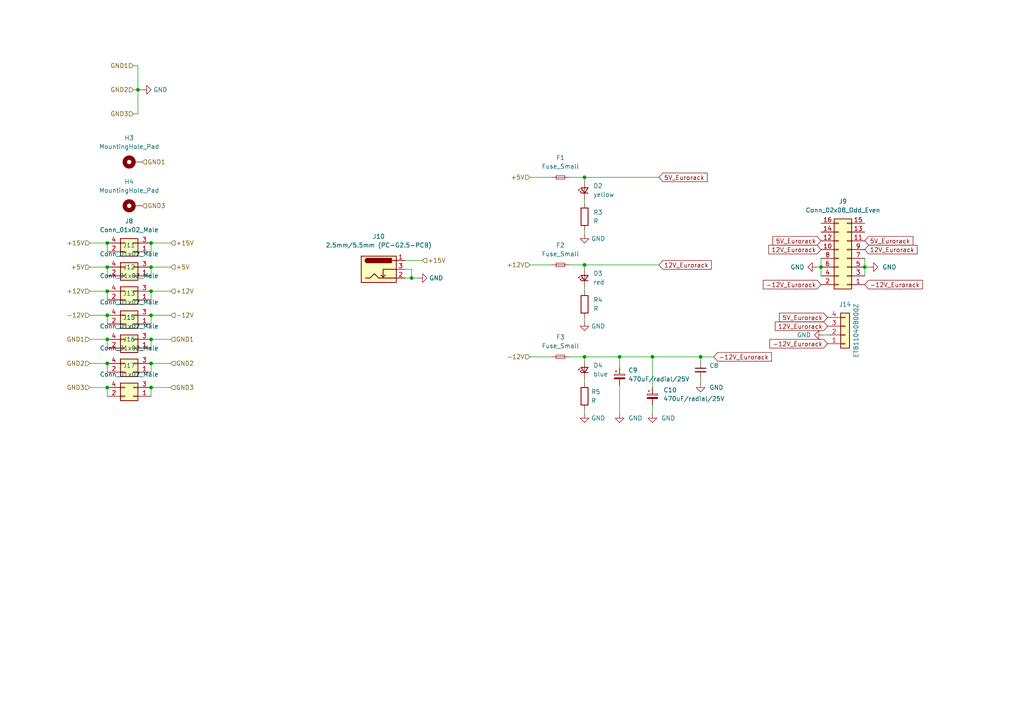
<source format=kicad_sch>
(kicad_sch (version 20211123) (generator eeschema)
  (paper "A4")
  (lib_symbols
    (symbol "Connector:Barrel_Jack_Switch" (pin_names hide)
      (property "Reference" "J" (at 0 5.334 0))
      (property "Value" "Barrel_Jack_Switch" (at 0 -5.08 0))
      (symbol "Barrel_Jack_Switch_0_1"
        (rectangle (start -5.08 3.81) (end 5.08 -3.81) (stroke (width 0.254)) (fill (type background)))
        (arc (start -3.302 3.175) (mid -3.937 2.54) (end -3.302 1.905) (stroke (width 0.254)))
        (arc (start -3.302 3.175) (mid -3.937 2.54) (end -3.302 1.905) (stroke (width 0.254)) (fill (type outline)))
        (polyline (pts (xy 1.27 -2.286) (xy 1.905 -1.651)) (stroke (width 0.254)))
        (polyline (pts (xy 5.08 2.54) (xy 3.81 2.54)) (stroke (width 0.254)))
        (polyline (pts (xy 5.08 0) (xy 1.27 0) (xy 1.27 -2.286) (xy 0.635 -1.651)) (stroke (width 0.254)))
        (polyline (pts (xy -3.81 -2.54) (xy -2.54 -2.54) (xy -1.27 -1.27) (xy 0 -2.54) (xy 2.54 -2.54) (xy 5.08 -2.54)) (stroke (width 0.254)))
        (rectangle (start 3.683 3.175) (end -3.302 1.905) (stroke (width 0.254)) (fill (type outline)))
      )
      (symbol "Barrel_Jack_Switch_1_1"
        (pin passive line (at 7.62 2.54 180) (length 2.54) (name "~") (number "1"))
        (pin passive line (at 7.62 -2.54 180) (length 2.54) (name "~") (number "2"))
        (pin passive line (at 7.62 0 180) (length 2.54) (name "~") (number "3"))
      )
    )
    (symbol "Connector_Generic:Conn_01x04" (pin_names (offset 1.016) hide)
      (property "Reference" "J" (at 0 5.08 0))
      (property "Value" "Conn_01x04" (at 0 -7.62 0))
      (symbol "Conn_01x04_1_1"
        (rectangle (start -1.27 -4.953) (end 0 -5.207) (stroke (width 0.1524)))
        (rectangle (start -1.27 -2.413) (end 0 -2.667) (stroke (width 0.1524)))
        (rectangle (start -1.27 0.127) (end 0 -0.127) (stroke (width 0.1524)))
        (rectangle (start -1.27 2.667) (end 0 2.413) (stroke (width 0.1524)))
        (rectangle (start -1.27 3.81) (end 1.27 -6.35) (stroke (width 0.254)) (fill (type background)))
        (pin passive line (at -5.08 2.54 0) (length 3.81) (name "Pin_1") (number "1"))
        (pin passive line (at -5.08 0 0) (length 3.81) (name "Pin_2") (number "2"))
        (pin passive line (at -5.08 -2.54 0) (length 3.81) (name "Pin_3") (number "3"))
        (pin passive line (at -5.08 -5.08 0) (length 3.81) (name "Pin_4") (number "4"))
      )
    )
    (symbol "Connector_Generic:Conn_02x02_Odd_Even" (pin_names (offset 1.016) hide)
      (property "Reference" "J" (at 1.27 2.54 0))
      (property "Value" "Conn_02x02_Odd_Even" (at 1.27 -5.08 0))
      (symbol "Conn_02x02_Odd_Even_1_1"
        (rectangle (start -1.27 -2.413) (end 0 -2.667) (stroke (width 0.1524)))
        (rectangle (start -1.27 0.127) (end 0 -0.127) (stroke (width 0.1524)))
        (rectangle (start -1.27 1.27) (end 3.81 -3.81) (stroke (width 0.254)) (fill (type background)))
        (rectangle (start 3.81 -2.413) (end 2.54 -2.667) (stroke (width 0.1524)))
        (rectangle (start 3.81 0.127) (end 2.54 -0.127) (stroke (width 0.1524)))
        (pin passive line (at -5.08 0 0) (length 3.81) (name "Pin_1") (number "1"))
        (pin passive line (at 7.62 0 180) (length 3.81) (name "Pin_2") (number "2"))
        (pin passive line (at -5.08 -2.54 0) (length 3.81) (name "Pin_3") (number "3"))
        (pin passive line (at 7.62 -2.54 180) (length 3.81) (name "Pin_4") (number "4"))
      )
    )
    (symbol "Connector_Generic:Conn_02x08_Odd_Even" (pin_names (offset 1.016) hide)
      (property "Reference" "J" (at 1.27 10.16 0))
      (property "Value" "Conn_02x08_Odd_Even" (at 1.27 -12.7 0))
      (symbol "Conn_02x08_Odd_Even_1_1"
        (rectangle (start -1.27 -10.033) (end 0 -10.287) (stroke (width 0.1524)))
        (rectangle (start -1.27 -7.493) (end 0 -7.747) (stroke (width 0.1524)))
        (rectangle (start -1.27 -4.953) (end 0 -5.207) (stroke (width 0.1524)))
        (rectangle (start -1.27 -2.413) (end 0 -2.667) (stroke (width 0.1524)))
        (rectangle (start -1.27 0.127) (end 0 -0.127) (stroke (width 0.1524)))
        (rectangle (start -1.27 2.667) (end 0 2.413) (stroke (width 0.1524)))
        (rectangle (start -1.27 5.207) (end 0 4.953) (stroke (width 0.1524)))
        (rectangle (start -1.27 7.747) (end 0 7.493) (stroke (width 0.1524)))
        (rectangle (start -1.27 8.89) (end 3.81 -11.43) (stroke (width 0.254)) (fill (type background)))
        (rectangle (start 3.81 -10.033) (end 2.54 -10.287) (stroke (width 0.1524)))
        (rectangle (start 3.81 -7.493) (end 2.54 -7.747) (stroke (width 0.1524)))
        (rectangle (start 3.81 -4.953) (end 2.54 -5.207) (stroke (width 0.1524)))
        (rectangle (start 3.81 -2.413) (end 2.54 -2.667) (stroke (width 0.1524)))
        (rectangle (start 3.81 0.127) (end 2.54 -0.127) (stroke (width 0.1524)))
        (rectangle (start 3.81 2.667) (end 2.54 2.413) (stroke (width 0.1524)))
        (rectangle (start 3.81 5.207) (end 2.54 4.953) (stroke (width 0.1524)))
        (rectangle (start 3.81 7.747) (end 2.54 7.493) (stroke (width 0.1524)))
        (pin passive line (at -5.08 7.62 0) (length 3.81) (name "Pin_1") (number "1"))
        (pin passive line (at 7.62 -2.54 180) (length 3.81) (name "Pin_10") (number "10"))
        (pin passive line (at -5.08 -5.08 0) (length 3.81) (name "Pin_11") (number "11"))
        (pin passive line (at 7.62 -5.08 180) (length 3.81) (name "Pin_12") (number "12"))
        (pin passive line (at -5.08 -7.62 0) (length 3.81) (name "Pin_13") (number "13"))
        (pin passive line (at 7.62 -7.62 180) (length 3.81) (name "Pin_14") (number "14"))
        (pin passive line (at -5.08 -10.16 0) (length 3.81) (name "Pin_15") (number "15"))
        (pin passive line (at 7.62 -10.16 180) (length 3.81) (name "Pin_16") (number "16"))
        (pin passive line (at 7.62 7.62 180) (length 3.81) (name "Pin_2") (number "2"))
        (pin passive line (at -5.08 5.08 0) (length 3.81) (name "Pin_3") (number "3"))
        (pin passive line (at 7.62 5.08 180) (length 3.81) (name "Pin_4") (number "4"))
        (pin passive line (at -5.08 2.54 0) (length 3.81) (name "Pin_5") (number "5"))
        (pin passive line (at 7.62 2.54 180) (length 3.81) (name "Pin_6") (number "6"))
        (pin passive line (at -5.08 0 0) (length 3.81) (name "Pin_7") (number "7"))
        (pin passive line (at 7.62 0 180) (length 3.81) (name "Pin_8") (number "8"))
        (pin passive line (at -5.08 -2.54 0) (length 3.81) (name "Pin_9") (number "9"))
      )
    )
    (symbol "Device:C_Polarized_Small" (pin_numbers hide) (pin_names (offset 0.254) hide)
      (property "Reference" "C" (at 0.254 1.778 0))
      (property "Value" "C_Polarized_Small" (at 0.254 -2.032 0))
      (symbol "C_Polarized_Small_0_1"
        (rectangle (start -1.524 -0.3048) (end 1.524 -0.6858) (fill (type outline)))
        (rectangle (start -1.524 0.6858) (end 1.524 0.3048))
        (polyline (pts (xy -1.27 1.524) (xy -0.762 1.524)))
        (polyline (pts (xy -1.016 1.27) (xy -1.016 1.778)))
      )
      (symbol "C_Polarized_Small_1_1"
        (pin passive line (at 0 2.54 270) (length 1.8542) (name "~") (number "1"))
        (pin passive line (at 0 -2.54 90) (length 1.8542) (name "~") (number "2"))
      )
    )
    (symbol "Device:C_Small" (pin_numbers hide) (pin_names (offset 0.254) hide)
      (property "Reference" "C" (at 0.254 1.778 0))
      (property "Value" "C_Small" (at 0.254 -2.032 0))
      (symbol "C_Small_0_1"
        (polyline (pts (xy -1.524 -0.508) (xy 1.524 -0.508)) (stroke (width 0.3302)))
        (polyline (pts (xy -1.524 0.508) (xy 1.524 0.508)) (stroke (width 0.3048)))
      )
      (symbol "C_Small_1_1"
        (pin passive line (at 0 2.54 270) (length 2.032) (name "~") (number "1"))
        (pin passive line (at 0 -2.54 90) (length 2.032) (name "~") (number "2"))
      )
    )
    (symbol "Device:Fuse_Small" (pin_numbers hide) (pin_names (offset 0.254) hide)
      (property "Reference" "F" (at 0 -1.524 0))
      (property "Value" "Fuse_Small" (at 0 1.524 0))
      (symbol "Fuse_Small_0_1"
        (rectangle (start -1.27 0.508) (end 1.27 -0.508))
        (polyline (pts (xy -1.27 0) (xy 1.27 0)))
      )
      (symbol "Fuse_Small_1_1"
        (pin passive line (at -2.54 0 0) (length 1.27) (name "~") (number "1"))
        (pin passive line (at 2.54 0 180) (length 1.27) (name "~") (number "2"))
      )
    )
    (symbol "Device:LED_Small" (pin_numbers hide) (pin_names (offset 0.254) hide)
      (property "Reference" "D" (at -1.27 3.175 0))
      (property "Value" "LED_Small" (at -4.445 -2.54 0))
      (symbol "LED_Small_0_1"
        (polyline (pts (xy -0.762 -1.016) (xy -0.762 1.016)) (stroke (width 0.254)))
        (polyline (pts (xy 1.016 0) (xy -0.762 0)))
        (polyline (pts (xy 0.762 -1.016) (xy -0.762 0) (xy 0.762 1.016) (xy 0.762 -1.016)) (stroke (width 0.254)))
        (polyline (pts (xy 0 0.762) (xy -0.508 1.27) (xy -0.254 1.27) (xy -0.508 1.27) (xy -0.508 1.016)))
        (polyline (pts (xy 0.508 1.27) (xy 0 1.778) (xy 0.254 1.778) (xy 0 1.778) (xy 0 1.524)))
      )
      (symbol "LED_Small_1_1"
        (pin passive line (at -2.54 0 0) (length 1.778) (name "K") (number "1"))
        (pin passive line (at 2.54 0 180) (length 1.778) (name "A") (number "2"))
      )
    )
    (symbol "Device:R" (pin_numbers hide) (pin_names (offset 0))
      (property "Reference" "R" (at 2.032 0 90))
      (property "Value" "R" (at 0 0 90))
      (symbol "R_0_1"
        (rectangle (start -1.016 -2.54) (end 1.016 2.54) (stroke (width 0.254)))
      )
      (symbol "R_1_1"
        (pin passive line (at 0 3.81 270) (length 1.27) (name "~") (number "1"))
        (pin passive line (at 0 -3.81 90) (length 1.27) (name "~") (number "2"))
      )
    )
    (symbol "Mechanical:MountingHole_Pad" (pin_numbers hide) (pin_names (offset 1.016) hide)
      (property "Reference" "H" (at 0 6.35 0))
      (property "Value" "MountingHole_Pad" (at 0 4.445 0))
      (symbol "MountingHole_Pad_0_1"
        (circle (center 0 1.27) (radius 1.27) (stroke (width 1.27)))
      )
      (symbol "MountingHole_Pad_1_1"
        (pin input line (at 0 -2.54 90) (length 2.54) (name "1") (number "1"))
      )
    )
    (symbol "power:GND" (power) (pin_names (offset 0))
      (property "Value" "GND" (at 0 -3.81 0))
      (symbol "GND_0_1"
        (polyline (pts (xy 0 0) (xy 0 -1.27) (xy 1.27 -1.27) (xy 0 -2.54) (xy -1.27 -1.27) (xy 0 -1.27)))
      )
      (symbol "GND_1_1"
        (pin power_in line (at 0 0 270) (length 0) hide (name "GND") (number "1"))
      )
    )
  )
  (junction (at 189.23 103.505))
  (junction (at 238.125 77.47))
  (junction (at 31.115 112.395))
  (junction (at 203.2 103.505))
  (junction (at 169.545 51.435))
  (junction (at 169.545 103.505))
  (junction (at 43.815 84.455))
  (junction (at 31.115 105.41))
  (junction (at 31.115 70.485))
  (junction (at 43.815 98.425))
  (junction (at 40.005 26.035))
  (junction (at 43.815 91.44))
  (junction (at 119.38 80.645))
  (junction (at 43.815 77.47))
  (junction (at 250.825 77.47))
  (junction (at 31.115 84.455))
  (junction (at 43.815 105.41))
  (junction (at 169.545 76.835))
  (junction (at 31.115 98.425))
  (junction (at 31.115 77.47))
  (junction (at 31.115 91.44))
  (junction (at 43.815 70.485))
  (junction (at 43.815 112.395))
  (junction (at 179.705 103.505))
  (wire (pts (xy 40.005 26.035) (xy 41.275 26.035)))
  (wire (pts (xy 43.815 98.425) (xy 49.53 98.425)))
  (wire (pts (xy 119.38 80.645) (xy 121.285 80.645)))
  (wire (pts (xy 250.825 74.93) (xy 250.825 77.47)))
  (wire (pts (xy 250.825 77.47) (xy 250.825 80.01)))
  (wire (pts (xy 165.1 76.835) (xy 169.545 76.835)))
  (wire (pts (xy 169.545 66.675) (xy 169.545 67.945)))
  (wire (pts (xy 238.125 74.93) (xy 238.125 77.47)))
  (wire (pts (xy 236.855 77.47) (xy 238.125 77.47)))
  (wire (pts (xy 179.705 103.505) (xy 179.705 106.68)))
  (wire (pts (xy 179.705 103.505) (xy 189.23 103.505)))
  (wire (pts (xy 31.115 77.47) (xy 31.115 80.01)))
  (wire (pts (xy 31.115 105.41) (xy 31.115 107.95)))
  (wire (pts (xy 169.545 51.435) (xy 191.135 51.435)))
  (wire (pts (xy 49.53 112.395) (xy 43.815 112.395)))
  (wire (pts (xy 169.545 103.505) (xy 179.705 103.505)))
  (wire (pts (xy 31.115 70.485) (xy 26.035 70.485)))
  (wire (pts (xy 165.1 103.505) (xy 169.545 103.505)))
  (wire (pts (xy 117.475 75.565) (xy 122.555 75.565)))
  (wire (pts (xy 153.67 51.435) (xy 160.02 51.435)))
  (wire (pts (xy 31.115 91.44) (xy 31.115 93.98)))
  (wire (pts (xy 153.67 76.835) (xy 160.02 76.835)))
  (wire (pts (xy 169.545 52.705) (xy 169.545 51.435)))
  (wire (pts (xy 169.545 104.775) (xy 169.545 103.505)))
  (wire (pts (xy 43.815 77.47) (xy 49.53 77.47)))
  (wire (pts (xy 26.035 112.395) (xy 31.115 112.395)))
  (wire (pts (xy 189.23 117.475) (xy 189.23 120.015)))
  (wire (pts (xy 31.115 77.47) (xy 26.035 77.47)))
  (wire (pts (xy 31.115 84.455) (xy 31.115 86.995)))
  (wire (pts (xy 43.815 70.485) (xy 49.53 70.485)))
  (wire (pts (xy 43.815 84.455) (xy 49.53 84.455)))
  (wire (pts (xy 31.115 84.455) (xy 26.035 84.455)))
  (wire (pts (xy 169.545 78.105) (xy 169.545 76.835)))
  (wire (pts (xy 43.815 77.47) (xy 43.815 80.01)))
  (wire (pts (xy 238.76 97.155) (xy 240.03 97.155)))
  (wire (pts (xy 26.035 98.425) (xy 31.115 98.425)))
  (wire (pts (xy 43.815 70.485) (xy 43.815 73.025)))
  (wire (pts (xy 179.705 111.76) (xy 179.705 120.015)))
  (wire (pts (xy 165.1 51.435) (xy 169.545 51.435)))
  (wire (pts (xy 169.545 57.785) (xy 169.545 59.055)))
  (wire (pts (xy 40.005 26.035) (xy 40.005 33.02)))
  (wire (pts (xy 203.2 109.855) (xy 203.2 111.125)))
  (wire (pts (xy 43.815 105.41) (xy 49.53 105.41)))
  (wire (pts (xy 169.545 109.855) (xy 169.545 111.125)))
  (wire (pts (xy 43.815 84.455) (xy 43.815 86.995)))
  (wire (pts (xy 117.475 78.105) (xy 119.38 78.105)))
  (wire (pts (xy 153.67 103.505) (xy 160.02 103.505)))
  (wire (pts (xy 31.115 98.425) (xy 31.115 100.965)))
  (wire (pts (xy 119.38 78.105) (xy 119.38 80.645)))
  (wire (pts (xy 38.735 26.035) (xy 40.005 26.035)))
  (wire (pts (xy 189.23 103.505) (xy 203.2 103.505)))
  (wire (pts (xy 169.545 76.835) (xy 191.135 76.835)))
  (wire (pts (xy 203.2 103.505) (xy 203.2 104.775)))
  (wire (pts (xy 169.545 118.745) (xy 169.545 120.015)))
  (wire (pts (xy 203.2 103.505) (xy 207.01 103.505)))
  (wire (pts (xy 31.115 112.395) (xy 31.115 114.935)))
  (wire (pts (xy 43.815 91.44) (xy 49.53 91.44)))
  (wire (pts (xy 250.825 77.47) (xy 252.095 77.47)))
  (wire (pts (xy 43.815 100.965) (xy 43.815 98.425)))
  (wire (pts (xy 169.545 83.185) (xy 169.545 84.455)))
  (wire (pts (xy 43.815 107.95) (xy 43.815 105.41)))
  (wire (pts (xy 40.005 19.05) (xy 40.005 26.035)))
  (wire (pts (xy 43.815 112.395) (xy 43.815 114.935)))
  (wire (pts (xy 31.115 70.485) (xy 31.115 73.025)))
  (wire (pts (xy 117.475 80.645) (xy 119.38 80.645)))
  (wire (pts (xy 169.545 92.075) (xy 169.545 93.345)))
  (wire (pts (xy 31.115 91.44) (xy 26.035 91.44)))
  (wire (pts (xy 43.815 93.98) (xy 43.815 91.44)))
  (wire (pts (xy 26.035 105.41) (xy 31.115 105.41)))
  (wire (pts (xy 40.005 33.02) (xy 38.735 33.02)))
  (wire (pts (xy 238.125 77.47) (xy 238.125 80.01)))
  (wire (pts (xy 38.735 19.05) (xy 40.005 19.05)))
  (wire (pts (xy 189.23 103.505) (xy 189.23 112.395)))
  (global_label "5V_Eurorack" (shape input) (at 238.125 69.85 180) (property "Intersheet References" "${INTERSHEET_REFS}" (effects hide)))
  (global_label "5V_Eurorack" (shape input) (at 250.825 69.85 0) (property "Intersheet References" "${INTERSHEET_REFS}" (effects hide)))
  (global_label "-12V_Eurorack" (shape input) (at 238.125 82.55 180) (property "Intersheet References" "${INTERSHEET_REFS}" (effects hide)))
  (global_label "12V_Eurorack" (shape input) (at 191.135 76.835 0) (property "Intersheet References" "${INTERSHEET_REFS}" (effects hide)))
  (global_label "12V_Eurorack" (shape input) (at 240.03 94.615 180) (property "Intersheet References" "${INTERSHEET_REFS}" (effects hide)))
  (global_label "12V_Eurorack" (shape input) (at 238.125 72.39 180) (property "Intersheet References" "${INTERSHEET_REFS}" (effects hide)))
  (global_label "-12V_Eurorack" (shape input) (at 240.03 99.695 180) (property "Intersheet References" "${INTERSHEET_REFS}" (effects hide)))
  (global_label "5V_Eurorack" (shape input) (at 240.03 92.075 180) (property "Intersheet References" "${INTERSHEET_REFS}" (effects hide)))
  (global_label "-12V_Eurorack" (shape input) (at 207.01 103.505 0) (property "Intersheet References" "${INTERSHEET_REFS}" (effects hide)))
  (global_label "-12V_Eurorack" (shape input) (at 250.825 82.55 0) (property "Intersheet References" "${INTERSHEET_REFS}" (effects hide)))
  (global_label "5V_Eurorack" (shape input) (at 191.135 51.435 0) (property "Intersheet References" "${INTERSHEET_REFS}" (effects hide)))
  (global_label "12V_Eurorack" (shape input) (at 250.825 72.39 0) (property "Intersheet References" "${INTERSHEET_REFS}" (effects hide)))
  (hierarchical_label "GND2" (shape input) (at 26.035 105.41 180))
  (hierarchical_label "GND3" (shape input) (at 41.275 59.69 0))
  (hierarchical_label "+12V" (shape input) (at 26.035 84.455 180))
  (hierarchical_label "+12V" (shape input) (at 49.53 84.455 0))
  (hierarchical_label "GND1" (shape input) (at 49.53 98.425 0))
  (hierarchical_label "+15V" (shape input) (at 26.035 70.485 180))
  (hierarchical_label "+5V" (shape input) (at 26.035 77.47 180))
  (hierarchical_label "GND3" (shape input) (at 38.735 33.02 180))
  (hierarchical_label "GND3" (shape input) (at 26.035 112.395 180))
  (hierarchical_label "+5V" (shape input) (at 153.67 51.435 180))
  (hierarchical_label "+5V" (shape input) (at 49.53 77.47 0))
  (hierarchical_label "+12V" (shape input) (at 153.67 76.835 180))
  (hierarchical_label "-12V" (shape input) (at 26.035 91.44 180))
  (hierarchical_label "GND2" (shape input) (at 38.735 26.035 180))
  (hierarchical_label "GND2" (shape input) (at 49.53 105.41 0))
  (hierarchical_label "-12V" (shape input) (at 49.53 91.44 0))
  (hierarchical_label "GND1" (shape input) (at 38.735 19.05 180))
  (hierarchical_label "GND1" (shape input) (at 26.035 98.425 180))
  (hierarchical_label "+15V" (shape input) (at 122.555 75.565 0))
  (hierarchical_label "GND3" (shape input) (at 49.53 112.395 0))
  (hierarchical_label "GND1" (shape input) (at 41.275 46.99 0))
  (hierarchical_label "+15V" (shape input) (at 49.53 70.485 0))
  (hierarchical_label "-12V" (shape input) (at 153.67 103.505 180))
  (symbol (lib_id "Connector_Generic:Conn_02x02_Odd_Even") (at 38.735 114.935 180) (unit 1)
    (property "Reference" "J17" (at 37.465 106.045 0))
    (property "Value" "Conn_01x02_Male" (at 37.465 108.585 0))
    (property "Footprint" "Connector_PinSocket_2.54mm:PinSocket_2x02_P2.54mm_Vertical_SMD" (effects hide))
  )
  (symbol (lib_id "power:GND") (at 169.545 120.015 0) (unit 1)
    (property "Reference" "#PWR09" (effects hide))
    (property "Value" "GND" (at 171.45 121.2849 0) (effects (justify left)))
  )
  (symbol (lib_id "Connector_Generic:Conn_02x08_Odd_Even") (at 245.745 74.93 180) (unit 1)
    (property "Reference" "J9" (at 244.475 58.42 0))
    (property "Value" "Conn_02x08_Odd_Even" (at 244.475 60.96 0))
    (property "Footprint" "Connector_IDC:IDC-Header_2x08_P2.54mm_Vertical" (effects hide))
  )
  (symbol (lib_id "power:GND") (at 203.2 111.125 0) (unit 1)
    (property "Reference" "#PWR08" (effects hide))
    (property "Value" "GND" (at 205.74 112.3949 0) (effects (justify left)))
  )
  (symbol (lib_id "Device:Fuse_Small") (at 162.56 76.835 0) (unit 1)
    (property "Reference" "F2" (at 162.56 71.12 0))
    (property "Value" "Fuse_Small" (at 162.56 73.66 0))
    (property "Footprint" "Fuse:Fuseholder_Cylinder-5x20mm_Schurter_0031_8201_Horizontal_Open" (effects hide))
  )
  (symbol (lib_id "Connector_Generic:Conn_02x02_Odd_Even") (at 38.735 100.965 180) (unit 1)
    (property "Reference" "J15" (at 37.465 92.075 0))
    (property "Value" "Conn_01x02_Male" (at 37.465 94.615 0))
    (property "Footprint" "Connector_PinSocket_2.54mm:PinSocket_2x02_P2.54mm_Vertical_SMD" (effects hide))
  )
  (symbol (lib_id "Mechanical:MountingHole_Pad") (at 38.735 59.69 90) (unit 1)
    (property "Reference" "H4" (at 37.465 52.705 90))
    (property "Value" "MountingHole_Pad" (at 37.465 55.245 90))
    (property "Footprint" "MountingHole:MountingHole_3.2mm_M3_Pad_TopBottom" (effects hide))
  )
  (symbol (lib_id "power:GND") (at 238.76 97.155 270) (unit 1)
    (property "Reference" "#PWR07" (effects hide))
    (property "Value" "GND" (at 231.14 97.155 90) (effects (justify left)))
  )
  (symbol (lib_id "power:GND") (at 252.095 77.47 90) (unit 1)
    (property "Reference" "#PWR04" (effects hide))
    (property "Value" "GND" (at 255.905 77.4699 90) (effects (justify right)))
  )
  (symbol (lib_id "Device:C_Polarized_Small") (at 189.23 114.935 0) (unit 1)
    (property "Reference" "C10" (at 192.405 113.1188 0) (effects (justify left)))
    (property "Value" "470uF/radial/25V" (at 192.405 115.6588 0) (effects (justify left)))
    (property "Footprint" "Capacitor_THT:CP_Axial_L20.0mm_D10.0mm_P26.00mm_Horizontal" (effects hide))
  )
  (symbol (lib_id "Connector_Generic:Conn_02x02_Odd_Even") (at 38.735 93.98 180) (unit 1)
    (property "Reference" "J13" (at 37.465 85.09 0))
    (property "Value" "Conn_01x02_Male" (at 37.465 87.63 0))
    (property "Footprint" "Connector_PinSocket_2.54mm:PinSocket_2x02_P2.54mm_Vertical_SMD" (effects hide))
  )
  (symbol (lib_id "power:GND") (at 121.285 80.645 90) (unit 1)
    (property "Reference" "#PWR05" (effects hide))
    (property "Value" "GND" (at 124.46 80.6449 90) (effects (justify right)))
  )
  (symbol (lib_id "Device:Fuse_Small") (at 162.56 103.505 0) (unit 1)
    (property "Reference" "F3" (at 162.56 97.79 0))
    (property "Value" "Fuse_Small" (at 162.56 100.33 0))
    (property "Footprint" "Fuse:Fuseholder_Cylinder-5x20mm_Schurter_0031_8201_Horizontal_Open" (effects hide))
  )
  (symbol (lib_id "power:GND") (at 179.705 120.015 0) (unit 1)
    (property "Reference" "#PWR010" (effects hide))
    (property "Value" "GND" (at 182.245 121.2849 0) (effects (justify left)))
  )
  (symbol (lib_id "Device:Fuse_Small") (at 162.56 51.435 0) (unit 1)
    (property "Reference" "F1" (at 162.56 45.72 0))
    (property "Value" "Fuse_Small" (at 162.56 48.26 0))
    (property "Footprint" "Fuse:Fuseholder_Cylinder-5x20mm_Schurter_0031_8201_Horizontal_Open" (effects hide))
  )
  (symbol (lib_id "power:GND") (at 169.545 67.945 0) (unit 1)
    (property "Reference" "#PWR02" (effects hide))
    (property "Value" "GND" (at 171.45 69.2149 0) (effects (justify left)))
  )
  (symbol (lib_id "power:GND") (at 236.855 77.47 270) (unit 1)
    (property "Reference" "#PWR03" (effects hide))
    (property "Value" "GND" (at 229.235 77.47 90) (effects (justify left)))
  )
  (symbol (lib_id "Device:C_Small") (at 203.2 107.315 0) (unit 1)
    (property "Reference" "C8" (at 205.74 106.0512 0) (effects (justify left)))
  )
  (symbol (lib_id "power:GND") (at 189.23 120.015 0) (unit 1)
    (property "Reference" "#PWR011" (effects hide))
    (property "Value" "GND" (at 191.77 121.2849 0) (effects (justify left)))
  )
  (symbol (lib_id "Device:R") (at 169.545 88.265 0) (unit 1)
    (property "Reference" "R4" (at 172.085 86.9949 0) (effects (justify left)))
    (property "Value" "R" (at 172.085 89.5349 0) (effects (justify left)))
    (property "Footprint" "Resistor_SMD:R_1206_3216Metric" (effects hide))
  )
  (symbol (lib_id "Device:R") (at 169.545 114.935 0) (unit 1)
    (property "Reference" "R5" (at 171.45 113.6649 0) (effects (justify left)))
    (property "Value" "R" (at 171.45 116.2049 0) (effects (justify left)))
    (property "Footprint" "Resistor_SMD:R_1206_3216Metric" (effects hide))
  )
  (symbol (lib_id "Mechanical:MountingHole_Pad") (at 38.735 46.99 90) (unit 1)
    (property "Reference" "H3" (at 37.465 40.005 90))
    (property "Value" "MountingHole_Pad" (at 37.465 42.545 90))
    (property "Footprint" "MountingHole:MountingHole_3.2mm_M3_Pad_TopBottom" (effects hide))
  )
  (symbol (lib_id "Connector_Generic:Conn_02x02_Odd_Even") (at 38.735 80.01 180) (unit 1)
    (property "Reference" "J11" (at 37.465 71.12 0))
    (property "Value" "Conn_01x02_Male" (at 37.465 73.66 0))
    (property "Footprint" "Connector_PinSocket_2.54mm:PinSocket_2x02_P2.54mm_Vertical_SMD" (effects hide))
  )
  (symbol (lib_id "Connector_Generic:Conn_02x02_Odd_Even") (at 38.735 107.95 180) (unit 1)
    (property "Reference" "J16" (at 37.465 98.425 0))
    (property "Value" "Conn_01x02_Male" (at 37.465 100.965 0))
    (property "Footprint" "Connector_PinSocket_2.54mm:PinSocket_2x02_P2.54mm_Vertical_SMD" (effects hide))
  )
  (symbol (lib_id "power:GND") (at 169.545 93.345 0) (unit 1)
    (property "Reference" "#PWR06" (effects hide))
    (property "Value" "GND" (at 171.45 94.6149 0) (effects (justify left)))
  )
  (symbol (lib_id "Device:LED_Small") (at 169.545 55.245 90) (unit 1)
    (property "Reference" "D2" (at 172.085 53.9114 90) (effects (justify right)))
    (property "Value" "yellow" (at 172.085 56.4514 90) (effects (justify right)))
    (property "Footprint" "LED_THT:LED_D3.0mm" (effects hide))
  )
  (symbol (lib_id "Device:LED_Small") (at 169.545 107.315 90) (unit 1)
    (property "Reference" "D4" (at 172.085 105.9814 90) (effects (justify right)))
    (property "Value" "blue" (at 172.085 108.5214 90) (effects (justify right)))
    (property "Footprint" "LED_THT:LED_D3.0mm" (effects hide))
  )
  (symbol (lib_id "Device:C_Polarized_Small") (at 179.705 109.22 0) (unit 1)
    (property "Reference" "C9" (at 182.245 107.4038 0) (effects (justify left)))
    (property "Value" "470uF/radial/25V" (at 182.245 109.9438 0) (effects (justify left)))
    (property "Footprint" "Capacitor_THT:CP_Axial_L20.0mm_D10.0mm_P26.00mm_Horizontal" (effects hide))
  )
  (symbol (lib_id "Connector_Generic:Conn_02x02_Odd_Even") (at 38.735 86.995 180) (unit 1)
    (property "Reference" "J12" (at 37.465 77.47 0))
    (property "Value" "Conn_01x02_Male" (at 37.465 80.01 0))
    (property "Footprint" "Connector_PinSocket_2.54mm:PinSocket_2x02_P2.54mm_Vertical_SMD" (effects hide))
  )
  (symbol (lib_id "Device:LED_Small") (at 169.545 80.645 90) (unit 1)
    (property "Reference" "D3" (at 172.085 79.3114 90) (effects (justify right)))
    (property "Value" "red" (at 172.085 81.8514 90) (effects (justify right)))
    (property "Footprint" "LED_THT:LED_D3.0mm" (effects hide))
  )
  (symbol (lib_id "Device:R") (at 169.545 62.865 0) (unit 1)
    (property "Reference" "R3" (at 172.085 61.5949 0) (effects (justify left)))
    (property "Value" "R" (at 172.085 64.1349 0) (effects (justify left)))
    (property "Footprint" "Resistor_SMD:R_1206_3216Metric" (effects hide))
  )
  (symbol (lib_id "Connector_Generic:Conn_01x04") (at 245.11 97.155 0) (mirror x) (unit 1)
    (property "Reference" "J14" (at 245.11 88.265 0))
    (property "Value" "ETB11040B000Z" (at 248.285 95.885 90))
    (property "Footprint" "TerminalBlock:TerminalBlock_bornier-4_P5.08mm" (effects hide))
  )
  (symbol (lib_id "Connector_Generic:Conn_02x02_Odd_Even") (at 38.735 73.025 180) (unit 1)
    (property "Reference" "J8" (at 37.465 64.135 0))
    (property "Value" "Conn_01x02_Male" (at 37.465 66.675 0))
    (property "Footprint" "Connector_PinSocket_2.54mm:PinSocket_2x02_P2.54mm_Vertical_SMD" (effects hide))
  )
  (symbol (lib_id "power:GND") (at 41.275 26.035 90) (unit 1)
    (property "Reference" "#PWR01" (effects hide))
    (property "Value" "GND" (at 44.45 26.0349 90) (effects (justify right)))
  )
  (symbol (lib_id "Connector:Barrel_Jack_Switch") (at 109.855 78.105 0) (unit 1)
    (property "Reference" "J10" (at 109.855 68.58 0))
    (property "Value" "2.5mm/5.5mm (PC-G2.5-PCB)" (at 109.855 71.12 0))
    (property "Footprint" "OS_Connectors:DC-Barrel_2.5mm_5.5mm_Vertical" (effects hide))
  )
)
</source>
